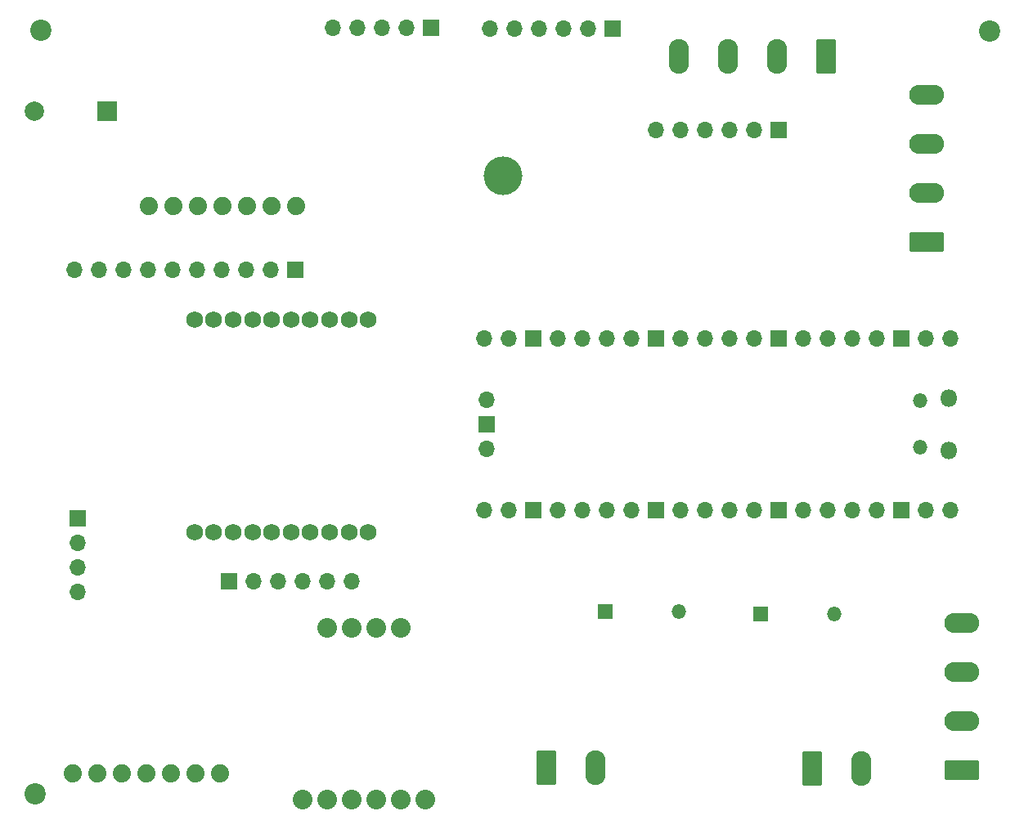
<source format=gbr>
%TF.GenerationSoftware,KiCad,Pcbnew,6.0.9-8da3e8f707~117~ubuntu18.04.1*%
%TF.CreationDate,2023-03-08T09:23:39+05:30*%
%TF.ProjectId,Cansat_V1.2,43616e73-6174-45f5-9631-2e322e6b6963,rev?*%
%TF.SameCoordinates,Original*%
%TF.FileFunction,Soldermask,Bot*%
%TF.FilePolarity,Negative*%
%FSLAX46Y46*%
G04 Gerber Fmt 4.6, Leading zero omitted, Abs format (unit mm)*
G04 Created by KiCad (PCBNEW 6.0.9-8da3e8f707~117~ubuntu18.04.1) date 2023-03-08 09:23:39*
%MOMM*%
%LPD*%
G01*
G04 APERTURE LIST*
G04 Aperture macros list*
%AMRoundRect*
0 Rectangle with rounded corners*
0 $1 Rounding radius*
0 $2 $3 $4 $5 $6 $7 $8 $9 X,Y pos of 4 corners*
0 Add a 4 corners polygon primitive as box body*
4,1,4,$2,$3,$4,$5,$6,$7,$8,$9,$2,$3,0*
0 Add four circle primitives for the rounded corners*
1,1,$1+$1,$2,$3*
1,1,$1+$1,$4,$5*
1,1,$1+$1,$6,$7*
1,1,$1+$1,$8,$9*
0 Add four rect primitives between the rounded corners*
20,1,$1+$1,$2,$3,$4,$5,0*
20,1,$1+$1,$4,$5,$6,$7,0*
20,1,$1+$1,$6,$7,$8,$9,0*
20,1,$1+$1,$8,$9,$2,$3,0*%
G04 Aperture macros list end*
%ADD10R,1.700000X1.700000*%
%ADD11O,1.700000X1.700000*%
%ADD12C,1.727200*%
%ADD13RoundRect,0.249999X-0.790001X-1.550001X0.790001X-1.550001X0.790001X1.550001X-0.790001X1.550001X0*%
%ADD14O,2.080000X3.600000*%
%ADD15C,2.200000*%
%ADD16RoundRect,0.249999X1.550001X-0.790001X1.550001X0.790001X-1.550001X0.790001X-1.550001X-0.790001X0*%
%ADD17O,3.600000X2.080000*%
%ADD18C,2.032000*%
%ADD19R,1.500000X1.500000*%
%ADD20O,1.500000X1.500000*%
%ADD21C,1.879600*%
%ADD22C,4.000000*%
%ADD23O,1.800000X1.800000*%
%ADD24RoundRect,0.249999X0.790001X1.550001X-0.790001X1.550001X-0.790001X-1.550001X0.790001X-1.550001X0*%
%ADD25R,2.000000X2.000000*%
%ADD26C,2.000000*%
G04 APERTURE END LIST*
D10*
%TO.C,J1*%
X123050000Y-116500000D03*
D11*
X125590000Y-116500000D03*
X128130000Y-116500000D03*
X130670000Y-116500000D03*
X133210000Y-116500000D03*
X135750000Y-116500000D03*
%TD*%
D12*
%TO.C,JP1*%
X119494710Y-111398200D03*
X121496230Y-111398200D03*
X123495210Y-111398200D03*
X125496730Y-111398200D03*
X127495710Y-111398200D03*
X129494690Y-111398200D03*
X131496210Y-111398200D03*
X133495190Y-111398200D03*
X135496710Y-111398200D03*
X137495690Y-111398200D03*
X137495690Y-89401800D03*
X135496710Y-89401800D03*
X133495190Y-89401800D03*
X131496210Y-89401800D03*
X129494690Y-89401800D03*
X127495710Y-89401800D03*
X125496730Y-89401800D03*
X123495210Y-89401800D03*
X121496230Y-89401800D03*
X119494710Y-89401800D03*
%TD*%
D13*
%TO.C,J10*%
X155932500Y-135808551D03*
D14*
X161012500Y-135808551D03*
%TD*%
D10*
%TO.C,J12*%
X144000000Y-59200000D03*
D11*
X141460000Y-59200000D03*
X138920000Y-59200000D03*
X136380000Y-59200000D03*
X133840000Y-59200000D03*
%TD*%
D10*
%TO.C,J6*%
X129925000Y-84200000D03*
D11*
X127385000Y-84200000D03*
X124845000Y-84200000D03*
X122305000Y-84200000D03*
X119765000Y-84200000D03*
X117225000Y-84200000D03*
X114685000Y-84200000D03*
X112145000Y-84200000D03*
X109605000Y-84200000D03*
X107065000Y-84200000D03*
%TD*%
D15*
%TO.C,REF\u002A\u002A*%
X201800000Y-59500000D03*
%TD*%
%TO.C,REF\u002A\u002A*%
X103600000Y-59400000D03*
%TD*%
D16*
%TO.C,J4*%
X195295000Y-81340000D03*
D17*
X195295000Y-76260000D03*
X195295000Y-71180000D03*
X195295000Y-66100000D03*
%TD*%
D18*
%TO.C,U3*%
X130732475Y-139090000D03*
X133272475Y-139090000D03*
X135812475Y-139090000D03*
X138352475Y-139090000D03*
X140892475Y-139090000D03*
X143432475Y-139090000D03*
X133272475Y-121310000D03*
X135812475Y-121310000D03*
X138352475Y-121310000D03*
X140892475Y-121310000D03*
%TD*%
D19*
%TO.C,D1*%
X178135000Y-119866051D03*
D20*
X185755000Y-119866051D03*
%TD*%
D16*
%TO.C,J3*%
X198972500Y-136086051D03*
D17*
X198972500Y-131006051D03*
X198972500Y-125926051D03*
X198972500Y-120846051D03*
%TD*%
D19*
%TO.C,D5*%
X162035000Y-119666051D03*
D20*
X169655000Y-119666051D03*
%TD*%
D13*
%TO.C,J5*%
X183410000Y-135888551D03*
D14*
X188490000Y-135888551D03*
%TD*%
D15*
%TO.C,REF\u002A\u002A*%
X103000000Y-138500000D03*
%TD*%
D10*
%TO.C,J11*%
X162800000Y-59300000D03*
D11*
X160260000Y-59300000D03*
X157720000Y-59300000D03*
X155180000Y-59300000D03*
X152640000Y-59300000D03*
X150100000Y-59300000D03*
%TD*%
D21*
%TO.C,U1*%
X114743949Y-77653949D03*
X117283949Y-77653949D03*
X119823949Y-77653949D03*
X122363949Y-77653949D03*
X124903949Y-77653949D03*
X127443949Y-77653949D03*
X129983949Y-77653949D03*
%TD*%
D22*
%TO.C,U8*%
X151467500Y-74520000D03*
%TD*%
D20*
%TO.C,U4*%
X194587500Y-97795000D03*
D23*
X197617500Y-97495000D03*
X197617500Y-102945000D03*
D20*
X194587500Y-102645000D03*
D11*
X197747500Y-91330000D03*
X195207500Y-91330000D03*
D10*
X192667500Y-91330000D03*
D11*
X190127500Y-91330000D03*
X187587500Y-91330000D03*
X185047500Y-91330000D03*
X182507500Y-91330000D03*
D10*
X179967500Y-91330000D03*
D11*
X177427500Y-91330000D03*
X174887500Y-91330000D03*
X172347500Y-91330000D03*
X169807500Y-91330000D03*
D10*
X167267500Y-91330000D03*
D11*
X164727500Y-91330000D03*
X162187500Y-91330000D03*
X159647500Y-91330000D03*
X157107500Y-91330000D03*
D10*
X154567500Y-91330000D03*
D11*
X152027500Y-91330000D03*
X149487500Y-91330000D03*
X149487500Y-109110000D03*
X152027500Y-109110000D03*
D10*
X154567500Y-109110000D03*
D11*
X157107500Y-109110000D03*
X159647500Y-109110000D03*
X162187500Y-109110000D03*
X164727500Y-109110000D03*
D10*
X167267500Y-109110000D03*
D11*
X169807500Y-109110000D03*
X172347500Y-109110000D03*
X174887500Y-109110000D03*
X177427500Y-109110000D03*
D10*
X179967500Y-109110000D03*
D11*
X182507500Y-109110000D03*
X185047500Y-109110000D03*
X187587500Y-109110000D03*
X190127500Y-109110000D03*
D10*
X192667500Y-109110000D03*
D11*
X195207500Y-109110000D03*
X197747500Y-109110000D03*
X149717500Y-97680000D03*
D10*
X149717500Y-100220000D03*
D11*
X149717500Y-102760000D03*
%TD*%
D10*
%TO.C,J7*%
X107450000Y-110020000D03*
D11*
X107450000Y-112560000D03*
X107450000Y-115100000D03*
X107450000Y-117640000D03*
%TD*%
D10*
%TO.C,J8*%
X179950000Y-69800000D03*
D11*
X177410000Y-69800000D03*
X174870000Y-69800000D03*
X172330000Y-69800000D03*
X169790000Y-69800000D03*
X167250000Y-69800000D03*
%TD*%
D24*
%TO.C,J2*%
X184872500Y-62120000D03*
D14*
X179792500Y-62120000D03*
X174712500Y-62120000D03*
X169632500Y-62120000D03*
%TD*%
D25*
%TO.C,BZ1*%
X110500000Y-67800000D03*
D26*
X102900000Y-67800000D03*
%TD*%
D21*
%TO.C,U2*%
X106920000Y-136430000D03*
X109460000Y-136430000D03*
X112000000Y-136430000D03*
X114540000Y-136430000D03*
X117080000Y-136430000D03*
X119620000Y-136430000D03*
X122160000Y-136430000D03*
%TD*%
M02*

</source>
